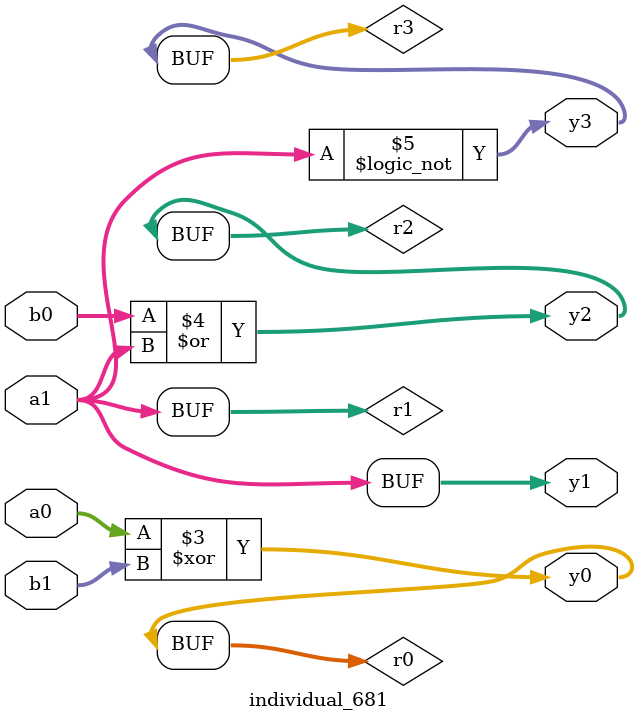
<source format=sv>
module individual_681(input logic [15:0] a1, input logic [15:0] a0, input logic [15:0] b1, input logic [15:0] b0, output logic [15:0] y3, output logic [15:0] y2, output logic [15:0] y1, output logic [15:0] y0);
logic [15:0] r0, r1, r2, r3; 
 always@(*) begin 
	 r0 = a0; r1 = a1; r2 = b0; r3 = b1; 
 	 r3  |=  a1 ;
 	 r0  ^=  b1 ;
 	 r2  |=  r1 ;
 	 r3 = ! r1 ;
 	 y3 = r3; y2 = r2; y1 = r1; y0 = r0; 
end
endmodule
</source>
